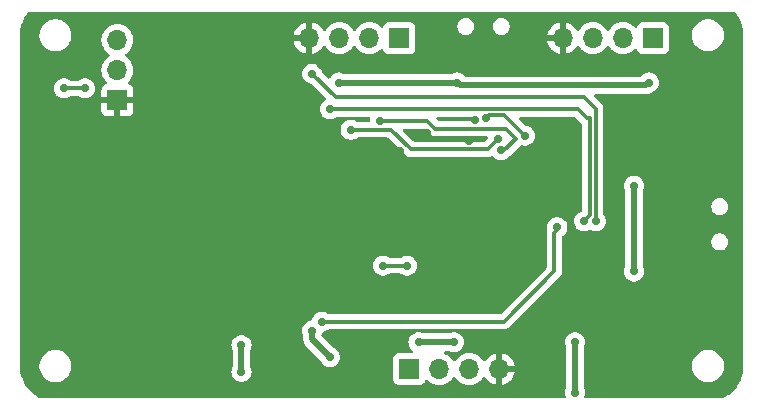
<source format=gbr>
%TF.GenerationSoftware,KiCad,Pcbnew,8.0.2-8.0.2-0~ubuntu22.04.1*%
%TF.CreationDate,2024-05-20T21:53:09+02:00*%
%TF.ProjectId,qclock,71636c6f-636b-42e6-9b69-6361645f7063,rev?*%
%TF.SameCoordinates,Original*%
%TF.FileFunction,Copper,L2,Bot*%
%TF.FilePolarity,Positive*%
%FSLAX46Y46*%
G04 Gerber Fmt 4.6, Leading zero omitted, Abs format (unit mm)*
G04 Created by KiCad (PCBNEW 8.0.2-8.0.2-0~ubuntu22.04.1) date 2024-05-20 21:53:09*
%MOMM*%
%LPD*%
G01*
G04 APERTURE LIST*
%TA.AperFunction,ComponentPad*%
%ADD10R,1.700000X1.700000*%
%TD*%
%TA.AperFunction,ComponentPad*%
%ADD11O,1.700000X1.700000*%
%TD*%
%TA.AperFunction,ViaPad*%
%ADD12C,0.700000*%
%TD*%
%TA.AperFunction,Conductor*%
%ADD13C,0.500000*%
%TD*%
%TA.AperFunction,Conductor*%
%ADD14C,0.300000*%
%TD*%
G04 APERTURE END LIST*
D10*
%TO.P,J1,1,Pin_1*%
%TO.N,+3V3*%
X144620000Y-72250000D03*
D11*
%TO.P,J1,2,Pin_2*%
%TO.N,/UART_TX*%
X142080000Y-72250000D03*
%TO.P,J1,3,Pin_3*%
%TO.N,/UART_RX*%
X139540000Y-72250000D03*
%TO.P,J1,4,Pin_4*%
%TO.N,GND*%
X137000000Y-72250000D03*
%TD*%
D10*
%TO.P,J5,1,Pin_1*%
%TO.N,GND*%
X120750000Y-77500000D03*
D11*
%TO.P,J5,2,Pin_2*%
%TO.N,Net-(D2-DOUT)*%
X120750000Y-74960000D03*
%TO.P,J5,3,Pin_3*%
%TO.N,VBUS*%
X120750000Y-72420000D03*
%TD*%
D10*
%TO.P,J4,1,Pin_1*%
%TO.N,+3V3*%
X145460000Y-100250000D03*
D11*
%TO.P,J4,2,Pin_2*%
%TO.N,/I2C2_SCL*%
X148000000Y-100250000D03*
%TO.P,J4,3,Pin_3*%
%TO.N,/I2C2_SDA*%
X150540000Y-100250000D03*
%TO.P,J4,4,Pin_4*%
%TO.N,GND*%
X153080000Y-100250000D03*
%TD*%
D10*
%TO.P,J2,1,Pin_1*%
%TO.N,+3V3*%
X166080000Y-72250000D03*
D11*
%TO.P,J2,2,Pin_2*%
%TO.N,/SWDIO*%
X163540000Y-72250000D03*
%TO.P,J2,3,Pin_3*%
%TO.N,/SWCLK*%
X161000000Y-72250000D03*
%TO.P,J2,4,Pin_4*%
%TO.N,GND*%
X158460000Y-72250000D03*
%TD*%
D12*
%TO.N,VBUS*%
X159500000Y-98000000D03*
X159500000Y-102250000D03*
%TO.N,GND*%
X170500000Y-82750000D03*
X158990000Y-96760000D03*
X143770000Y-88230000D03*
X137000000Y-86000000D03*
X156800000Y-98800000D03*
X159000000Y-91000000D03*
X120285355Y-93464645D03*
X142750000Y-94750000D03*
X134750000Y-82250000D03*
X152500000Y-94250000D03*
X143750000Y-89250000D03*
X143500000Y-95000000D03*
X141500000Y-90000000D03*
X134250000Y-91750000D03*
X150500000Y-80950000D03*
X167650000Y-94350000D03*
X144250000Y-84250000D03*
X113750000Y-86500000D03*
X144714644Y-81785356D03*
X147000000Y-80250000D03*
X155500000Y-100250000D03*
X138000000Y-74500000D03*
X135500000Y-75500000D03*
X157000000Y-74750000D03*
X151000000Y-79200000D03*
X158980000Y-85480000D03*
X149750000Y-84750000D03*
X120350000Y-83650000D03*
X114250000Y-96500000D03*
X149000000Y-88250000D03*
%TO.N,+3V3*%
X137250000Y-97000000D03*
X146250000Y-98000000D03*
X164500000Y-92000000D03*
X138750000Y-99250000D03*
X149250000Y-98000000D03*
X164500000Y-84750000D03*
X139500000Y-76000000D03*
X149500000Y-76000000D03*
X165750000Y-76000000D03*
%TO.N,VBUS*%
X131250000Y-100500000D03*
X131250000Y-98250000D03*
%TO.N,Net-(D2-DOUT)*%
X116250000Y-76500000D03*
X118000000Y-76500000D03*
%TO.N,/LED*%
X143250000Y-91500000D03*
X145250000Y-91500000D03*
%TO.N,/UART_TX*%
X153250000Y-81750000D03*
X143000000Y-79250000D03*
%TO.N,/UART_RX*%
X153000000Y-80750000D03*
X140500000Y-80000000D03*
%TO.N,/BOOT0*%
X155250000Y-80500000D03*
X152000000Y-79000000D03*
%TO.N,/BTN_H*%
X158000000Y-88250000D03*
X138050000Y-96250000D03*
%TO.N,/BTN_M*%
X138750000Y-78250000D03*
X160250000Y-87750000D03*
%TO.N,/BTN_SM*%
X137250000Y-75250000D03*
X161250000Y-87750000D03*
%TD*%
D13*
%TO.N,VBUS*%
X159500000Y-98000000D02*
X159500000Y-102250000D01*
%TO.N,+3V3*%
X146250000Y-98000000D02*
X149250000Y-98000000D01*
X139500000Y-76000000D02*
X149500000Y-76000000D01*
X149750000Y-76250000D02*
X165500000Y-76250000D01*
X164500000Y-87750000D02*
X164500000Y-92000000D01*
X137250000Y-97750000D02*
X138750000Y-99250000D01*
X137250000Y-97000000D02*
X137250000Y-97750000D01*
X164500000Y-84750000D02*
X164500000Y-87750000D01*
X149500000Y-76000000D02*
X149750000Y-76250000D01*
X165500000Y-76250000D02*
X165750000Y-76000000D01*
%TO.N,VBUS*%
X131250000Y-98250000D02*
X131250000Y-100500000D01*
D14*
%TO.N,Net-(D2-DOUT)*%
X118000000Y-76500000D02*
X116250000Y-76500000D01*
%TO.N,/LED*%
X145250000Y-91500000D02*
X143250000Y-91500000D01*
%TO.N,/UART_TX*%
X153250000Y-81750000D02*
X153500000Y-81750000D01*
X153500000Y-81750000D02*
X154500000Y-80750000D01*
X154500000Y-80750000D02*
X153650000Y-79900000D01*
X153650000Y-79900000D02*
X147650000Y-79900000D01*
X147650000Y-79900000D02*
X147000000Y-79250000D01*
X147000000Y-79250000D02*
X143000000Y-79250000D01*
%TO.N,/UART_RX*%
X153000000Y-80750000D02*
X152100000Y-81650000D01*
X143919239Y-80000000D02*
X140500000Y-80000000D01*
X145569239Y-81650000D02*
X143919239Y-80000000D01*
X152100000Y-81650000D02*
X145569239Y-81650000D01*
%TO.N,/BOOT0*%
X152250000Y-78750000D02*
X153500000Y-78750000D01*
X153500000Y-78750000D02*
X155250000Y-80500000D01*
X152000000Y-79000000D02*
X152250000Y-78750000D01*
%TO.N,/BTN_H*%
X158000000Y-88500000D02*
X157750000Y-88750000D01*
X157750000Y-92000000D02*
X153500000Y-96250000D01*
X157750000Y-88750000D02*
X157750000Y-92000000D01*
X158000000Y-88250000D02*
X158000000Y-88500000D01*
X153500000Y-96250000D02*
X138000000Y-96250000D01*
%TO.N,/BTN_M*%
X160750000Y-79000000D02*
X160750000Y-87250000D01*
X160500000Y-79000000D02*
X160750000Y-79000000D01*
X138750000Y-78250000D02*
X159750000Y-78250000D01*
X160750000Y-87250000D02*
X160250000Y-87750000D01*
X159750000Y-78250000D02*
X160500000Y-79000000D01*
%TO.N,/BTN_SM*%
X161250000Y-87750000D02*
X161250000Y-78250000D01*
X160250000Y-77250000D02*
X139250000Y-77250000D01*
X139250000Y-77250000D02*
X137250000Y-75250000D01*
X161250000Y-78250000D02*
X160250000Y-77250000D01*
%TD*%
%TA.AperFunction,Conductor*%
%TO.N,GND*%
G36*
X146746231Y-79920185D02*
G01*
X146766873Y-79936819D01*
X147235325Y-80405272D01*
X147235326Y-80405273D01*
X147235329Y-80405275D01*
X147235331Y-80405277D01*
X147341873Y-80476465D01*
X147460256Y-80525501D01*
X147460260Y-80525501D01*
X147460261Y-80525502D01*
X147585928Y-80550500D01*
X147585931Y-80550500D01*
X151980192Y-80550500D01*
X152047231Y-80570185D01*
X152092986Y-80622989D01*
X152102930Y-80692147D01*
X152073905Y-80755703D01*
X152067873Y-80762181D01*
X151866873Y-80963181D01*
X151805550Y-80996666D01*
X151779192Y-80999500D01*
X145890047Y-80999500D01*
X145823008Y-80979815D01*
X145802366Y-80963181D01*
X144951366Y-80112181D01*
X144917881Y-80050858D01*
X144922865Y-79981166D01*
X144964737Y-79925233D01*
X145030201Y-79900816D01*
X145039047Y-79900500D01*
X146679192Y-79900500D01*
X146746231Y-79920185D01*
G37*
%TD.AperFunction*%
%TA.AperFunction,Conductor*%
G36*
X151089746Y-78920185D02*
G01*
X151135501Y-78972989D01*
X151146027Y-79011536D01*
X151156643Y-79112540D01*
X151144075Y-79181268D01*
X151096343Y-79232292D01*
X151033323Y-79249500D01*
X147970808Y-79249500D01*
X147903769Y-79229815D01*
X147883127Y-79213181D01*
X147782127Y-79112181D01*
X147748642Y-79050858D01*
X147753626Y-78981166D01*
X147795498Y-78925233D01*
X147860962Y-78900816D01*
X147869808Y-78900500D01*
X151022707Y-78900500D01*
X151089746Y-78920185D01*
G37*
%TD.AperFunction*%
%TA.AperFunction,Conductor*%
G36*
X172996503Y-70019685D02*
G01*
X173026411Y-70046687D01*
X173194267Y-70257172D01*
X173202314Y-70268513D01*
X173374034Y-70541804D01*
X173380760Y-70553974D01*
X173520798Y-70844766D01*
X173526120Y-70857613D01*
X173632724Y-71162270D01*
X173636573Y-71175633D01*
X173708393Y-71490299D01*
X173710722Y-71504007D01*
X173746957Y-71825597D01*
X173747725Y-71837743D01*
X173749988Y-71999144D01*
X173750000Y-72000882D01*
X173750000Y-99999117D01*
X173749988Y-100000855D01*
X173747725Y-100162256D01*
X173746957Y-100174402D01*
X173710722Y-100495992D01*
X173708393Y-100509700D01*
X173636573Y-100824366D01*
X173632724Y-100837729D01*
X173526120Y-101142386D01*
X173520798Y-101155233D01*
X173380760Y-101446025D01*
X173374034Y-101458195D01*
X173202314Y-101731486D01*
X173194267Y-101742827D01*
X172993028Y-101995173D01*
X172983762Y-102005541D01*
X172755541Y-102233762D01*
X172745173Y-102243028D01*
X172492827Y-102444267D01*
X172481486Y-102452314D01*
X172208195Y-102624034D01*
X172196025Y-102630760D01*
X172016208Y-102717356D01*
X171989299Y-102730315D01*
X171973922Y-102737720D01*
X171920120Y-102750000D01*
X160402480Y-102750000D01*
X160335441Y-102730315D01*
X160289686Y-102677511D01*
X160279742Y-102608353D01*
X160284549Y-102587682D01*
X160289582Y-102572189D01*
X160336497Y-102427803D01*
X160355185Y-102250000D01*
X160336497Y-102072197D01*
X160281250Y-101902165D01*
X160267113Y-101877678D01*
X160250500Y-101815678D01*
X160250500Y-99893713D01*
X169399500Y-99893713D01*
X169399500Y-100106287D01*
X169432754Y-100316243D01*
X169495612Y-100509700D01*
X169498444Y-100518414D01*
X169594951Y-100707820D01*
X169719890Y-100879786D01*
X169870213Y-101030109D01*
X170042179Y-101155048D01*
X170042181Y-101155049D01*
X170042184Y-101155051D01*
X170231588Y-101251557D01*
X170433757Y-101317246D01*
X170643713Y-101350500D01*
X170643714Y-101350500D01*
X170856286Y-101350500D01*
X170856287Y-101350500D01*
X171066243Y-101317246D01*
X171268412Y-101251557D01*
X171457816Y-101155051D01*
X171504132Y-101121401D01*
X171629786Y-101030109D01*
X171629788Y-101030106D01*
X171629792Y-101030104D01*
X171780104Y-100879792D01*
X171780106Y-100879788D01*
X171780109Y-100879786D01*
X171894723Y-100722032D01*
X171905051Y-100707816D01*
X172001557Y-100518412D01*
X172067246Y-100316243D01*
X172100500Y-100106287D01*
X172100500Y-99893713D01*
X172067246Y-99683757D01*
X172001557Y-99481588D01*
X171905051Y-99292184D01*
X171905049Y-99292181D01*
X171905048Y-99292179D01*
X171780109Y-99120213D01*
X171629786Y-98969890D01*
X171457820Y-98844951D01*
X171268414Y-98748444D01*
X171268413Y-98748443D01*
X171268412Y-98748443D01*
X171066243Y-98682754D01*
X171066241Y-98682753D01*
X171066240Y-98682753D01*
X170866357Y-98651095D01*
X170856287Y-98649500D01*
X170643713Y-98649500D01*
X170633643Y-98651095D01*
X170433760Y-98682753D01*
X170231585Y-98748444D01*
X170042179Y-98844951D01*
X169870213Y-98969890D01*
X169719890Y-99120213D01*
X169594951Y-99292179D01*
X169498444Y-99481585D01*
X169432753Y-99683760D01*
X169422262Y-99750000D01*
X169399500Y-99893713D01*
X160250500Y-99893713D01*
X160250500Y-98434320D01*
X160267112Y-98372322D01*
X160281250Y-98347835D01*
X160336497Y-98177803D01*
X160355185Y-98000000D01*
X160336497Y-97822197D01*
X160281250Y-97652165D01*
X160191859Y-97497335D01*
X160132280Y-97431166D01*
X160072235Y-97364478D01*
X160072232Y-97364476D01*
X160072231Y-97364475D01*
X160072230Y-97364474D01*
X159927593Y-97259388D01*
X159764267Y-97186671D01*
X159764265Y-97186670D01*
X159636594Y-97159533D01*
X159589391Y-97149500D01*
X159410609Y-97149500D01*
X159379954Y-97156015D01*
X159235733Y-97186670D01*
X159235728Y-97186672D01*
X159072408Y-97259387D01*
X158927768Y-97364475D01*
X158808140Y-97497336D01*
X158718750Y-97652164D01*
X158718747Y-97652170D01*
X158663504Y-97822192D01*
X158663503Y-97822194D01*
X158644815Y-98000000D01*
X158663503Y-98177805D01*
X158663504Y-98177807D01*
X158718747Y-98347829D01*
X158718748Y-98347830D01*
X158718750Y-98347835D01*
X158732887Y-98372322D01*
X158749500Y-98434320D01*
X158749500Y-101815678D01*
X158732887Y-101877678D01*
X158718750Y-101902163D01*
X158663504Y-102072192D01*
X158663503Y-102072194D01*
X158644815Y-102250000D01*
X158663503Y-102427805D01*
X158663504Y-102427807D01*
X158715451Y-102587682D01*
X158717446Y-102657523D01*
X158681366Y-102717356D01*
X158618665Y-102748184D01*
X158597520Y-102750000D01*
X114329880Y-102750000D01*
X114276078Y-102737720D01*
X114260701Y-102730315D01*
X114151053Y-102677511D01*
X114053974Y-102630760D01*
X114041804Y-102624034D01*
X113768513Y-102452314D01*
X113757172Y-102444267D01*
X113504826Y-102243028D01*
X113494458Y-102233762D01*
X113266237Y-102005541D01*
X113256971Y-101995173D01*
X113055732Y-101742827D01*
X113047685Y-101731486D01*
X112965380Y-101600499D01*
X112875964Y-101458193D01*
X112869239Y-101446025D01*
X112819301Y-101342328D01*
X112729199Y-101155228D01*
X112723879Y-101142386D01*
X112716536Y-101121402D01*
X112617273Y-100837725D01*
X112613426Y-100824366D01*
X112541606Y-100509700D01*
X112539277Y-100495992D01*
X112537312Y-100478553D01*
X112503041Y-100174390D01*
X112502274Y-100162269D01*
X112500012Y-100000855D01*
X112500000Y-99999117D01*
X112500000Y-99893713D01*
X114149500Y-99893713D01*
X114149500Y-100106287D01*
X114182754Y-100316243D01*
X114245612Y-100509700D01*
X114248444Y-100518414D01*
X114344951Y-100707820D01*
X114469890Y-100879786D01*
X114620213Y-101030109D01*
X114792179Y-101155048D01*
X114792181Y-101155049D01*
X114792184Y-101155051D01*
X114981588Y-101251557D01*
X115183757Y-101317246D01*
X115393713Y-101350500D01*
X115393714Y-101350500D01*
X115606286Y-101350500D01*
X115606287Y-101350500D01*
X115816243Y-101317246D01*
X116018412Y-101251557D01*
X116207816Y-101155051D01*
X116254132Y-101121401D01*
X116379786Y-101030109D01*
X116379788Y-101030106D01*
X116379792Y-101030104D01*
X116530104Y-100879792D01*
X116530106Y-100879788D01*
X116530109Y-100879786D01*
X116644723Y-100722032D01*
X116655051Y-100707816D01*
X116751557Y-100518412D01*
X116817246Y-100316243D01*
X116850500Y-100106287D01*
X116850500Y-99893713D01*
X116817246Y-99683757D01*
X116751557Y-99481588D01*
X116655051Y-99292184D01*
X116655049Y-99292181D01*
X116655048Y-99292179D01*
X116530109Y-99120213D01*
X116379786Y-98969890D01*
X116207820Y-98844951D01*
X116018414Y-98748444D01*
X116018413Y-98748443D01*
X116018412Y-98748443D01*
X115816243Y-98682754D01*
X115816241Y-98682753D01*
X115816240Y-98682753D01*
X115616357Y-98651095D01*
X115606287Y-98649500D01*
X115393713Y-98649500D01*
X115383643Y-98651095D01*
X115183760Y-98682753D01*
X114981585Y-98748444D01*
X114792179Y-98844951D01*
X114620213Y-98969890D01*
X114469890Y-99120213D01*
X114344951Y-99292179D01*
X114248444Y-99481585D01*
X114182753Y-99683760D01*
X114172262Y-99750000D01*
X114149500Y-99893713D01*
X112500000Y-99893713D01*
X112500000Y-98250000D01*
X130394815Y-98250000D01*
X130413503Y-98427805D01*
X130413504Y-98427807D01*
X130468747Y-98597829D01*
X130468748Y-98597830D01*
X130468750Y-98597835D01*
X130482887Y-98622322D01*
X130499500Y-98684320D01*
X130499500Y-100065678D01*
X130482887Y-100127678D01*
X130468750Y-100152163D01*
X130413504Y-100322192D01*
X130413503Y-100322194D01*
X130394815Y-100500000D01*
X130413503Y-100677805D01*
X130413504Y-100677807D01*
X130468747Y-100847829D01*
X130468750Y-100847835D01*
X130558141Y-101002665D01*
X130582852Y-101030109D01*
X130677764Y-101135521D01*
X130677767Y-101135523D01*
X130677770Y-101135526D01*
X130822407Y-101240612D01*
X130985733Y-101313329D01*
X131160609Y-101350500D01*
X131160610Y-101350500D01*
X131339389Y-101350500D01*
X131339391Y-101350500D01*
X131514267Y-101313329D01*
X131677593Y-101240612D01*
X131822230Y-101135526D01*
X131834948Y-101121402D01*
X131848148Y-101106741D01*
X131941859Y-101002665D01*
X132031250Y-100847835D01*
X132086497Y-100677803D01*
X132105185Y-100500000D01*
X132086497Y-100322197D01*
X132031250Y-100152165D01*
X132017113Y-100127678D01*
X132000500Y-100065678D01*
X132000500Y-98684320D01*
X132017112Y-98622322D01*
X132031250Y-98597835D01*
X132086497Y-98427803D01*
X132105185Y-98250000D01*
X132086497Y-98072197D01*
X132031250Y-97902165D01*
X131941859Y-97747335D01*
X131856172Y-97652170D01*
X131822235Y-97614478D01*
X131822232Y-97614476D01*
X131822231Y-97614475D01*
X131822230Y-97614474D01*
X131677593Y-97509388D01*
X131514267Y-97436671D01*
X131514265Y-97436670D01*
X131386594Y-97409533D01*
X131339391Y-97399500D01*
X131160609Y-97399500D01*
X131129954Y-97406015D01*
X130985733Y-97436670D01*
X130985728Y-97436672D01*
X130822408Y-97509387D01*
X130677768Y-97614475D01*
X130558140Y-97747336D01*
X130468750Y-97902164D01*
X130468747Y-97902170D01*
X130413504Y-98072192D01*
X130413503Y-98072194D01*
X130394815Y-98250000D01*
X112500000Y-98250000D01*
X112500000Y-97000000D01*
X136394815Y-97000000D01*
X136413503Y-97177805D01*
X136413504Y-97177807D01*
X136468747Y-97347829D01*
X136468748Y-97347830D01*
X136468750Y-97347835D01*
X136482887Y-97372322D01*
X136499500Y-97434320D01*
X136499500Y-97823918D01*
X136499500Y-97823920D01*
X136499499Y-97823920D01*
X136528340Y-97968907D01*
X136528343Y-97968917D01*
X136584914Y-98105492D01*
X136617812Y-98154727D01*
X136617813Y-98154730D01*
X136667046Y-98228414D01*
X136667052Y-98228421D01*
X137915105Y-99476473D01*
X137945355Y-99525835D01*
X137968748Y-99597831D01*
X137968750Y-99597835D01*
X138058141Y-99752665D01*
X138080923Y-99777967D01*
X138177764Y-99885521D01*
X138177767Y-99885523D01*
X138177770Y-99885526D01*
X138322407Y-99990612D01*
X138485733Y-100063329D01*
X138660609Y-100100500D01*
X138660610Y-100100500D01*
X138839389Y-100100500D01*
X138839391Y-100100500D01*
X139014267Y-100063329D01*
X139177593Y-99990612D01*
X139322230Y-99885526D01*
X139441859Y-99752665D01*
X139531250Y-99597835D01*
X139586497Y-99427803D01*
X139594450Y-99352135D01*
X144109500Y-99352135D01*
X144109500Y-101147870D01*
X144109501Y-101147876D01*
X144115908Y-101207483D01*
X144166202Y-101342328D01*
X144166206Y-101342335D01*
X144252452Y-101457544D01*
X144252455Y-101457547D01*
X144367664Y-101543793D01*
X144367671Y-101543797D01*
X144502517Y-101594091D01*
X144502516Y-101594091D01*
X144509444Y-101594835D01*
X144562127Y-101600500D01*
X146357872Y-101600499D01*
X146417483Y-101594091D01*
X146552331Y-101543796D01*
X146667546Y-101457546D01*
X146753796Y-101342331D01*
X146802810Y-101210916D01*
X146844681Y-101154984D01*
X146910145Y-101130566D01*
X146978418Y-101145417D01*
X147006673Y-101166569D01*
X147128599Y-101288495D01*
X147217151Y-101350500D01*
X147322165Y-101424032D01*
X147322167Y-101424033D01*
X147322170Y-101424035D01*
X147536337Y-101523903D01*
X147764592Y-101585063D01*
X147941034Y-101600500D01*
X147999999Y-101605659D01*
X148000000Y-101605659D01*
X148000001Y-101605659D01*
X148058966Y-101600500D01*
X148235408Y-101585063D01*
X148463663Y-101523903D01*
X148677830Y-101424035D01*
X148871401Y-101288495D01*
X149038495Y-101121401D01*
X149168425Y-100935842D01*
X149223002Y-100892217D01*
X149292500Y-100885023D01*
X149354855Y-100916546D01*
X149371575Y-100935842D01*
X149501281Y-101121082D01*
X149501505Y-101121401D01*
X149668599Y-101288495D01*
X149757151Y-101350500D01*
X149862165Y-101424032D01*
X149862167Y-101424033D01*
X149862170Y-101424035D01*
X150076337Y-101523903D01*
X150304592Y-101585063D01*
X150481034Y-101600500D01*
X150539999Y-101605659D01*
X150540000Y-101605659D01*
X150540001Y-101605659D01*
X150598966Y-101600500D01*
X150775408Y-101585063D01*
X151003663Y-101523903D01*
X151217830Y-101424035D01*
X151411401Y-101288495D01*
X151578495Y-101121401D01*
X151708730Y-100935405D01*
X151763307Y-100891781D01*
X151832805Y-100884587D01*
X151895160Y-100916110D01*
X151911879Y-100935405D01*
X152041890Y-101121078D01*
X152208917Y-101288105D01*
X152402421Y-101423600D01*
X152616507Y-101523429D01*
X152616516Y-101523433D01*
X152830000Y-101580634D01*
X152830000Y-100683012D01*
X152887007Y-100715925D01*
X153014174Y-100750000D01*
X153145826Y-100750000D01*
X153272993Y-100715925D01*
X153330000Y-100683012D01*
X153330000Y-101580633D01*
X153543483Y-101523433D01*
X153543492Y-101523429D01*
X153757578Y-101423600D01*
X153951082Y-101288105D01*
X154118105Y-101121082D01*
X154253600Y-100927578D01*
X154353429Y-100713492D01*
X154353432Y-100713486D01*
X154410636Y-100500000D01*
X153513012Y-100500000D01*
X153545925Y-100442993D01*
X153580000Y-100315826D01*
X153580000Y-100184174D01*
X153545925Y-100057007D01*
X153513012Y-100000000D01*
X154410636Y-100000000D01*
X154410635Y-99999999D01*
X154353432Y-99786513D01*
X154353429Y-99786507D01*
X154253600Y-99572422D01*
X154253599Y-99572420D01*
X154118113Y-99378926D01*
X154118108Y-99378920D01*
X153951082Y-99211894D01*
X153757578Y-99076399D01*
X153543492Y-98976570D01*
X153543486Y-98976567D01*
X153330000Y-98919364D01*
X153330000Y-99816988D01*
X153272993Y-99784075D01*
X153145826Y-99750000D01*
X153014174Y-99750000D01*
X152887007Y-99784075D01*
X152830000Y-99816988D01*
X152830000Y-98919364D01*
X152829999Y-98919364D01*
X152616513Y-98976567D01*
X152616507Y-98976570D01*
X152402422Y-99076399D01*
X152402420Y-99076400D01*
X152208926Y-99211886D01*
X152208920Y-99211891D01*
X152041891Y-99378920D01*
X152041890Y-99378922D01*
X151911880Y-99564595D01*
X151857303Y-99608219D01*
X151787804Y-99615412D01*
X151725450Y-99583890D01*
X151708730Y-99564594D01*
X151578494Y-99378597D01*
X151411402Y-99211506D01*
X151411395Y-99211501D01*
X151217834Y-99075967D01*
X151217830Y-99075965D01*
X151217828Y-99075964D01*
X151003663Y-98976097D01*
X151003659Y-98976096D01*
X151003655Y-98976094D01*
X150775413Y-98914938D01*
X150775403Y-98914936D01*
X150540001Y-98894341D01*
X150539999Y-98894341D01*
X150304596Y-98914936D01*
X150304586Y-98914938D01*
X150076344Y-98976094D01*
X150076335Y-98976098D01*
X149862171Y-99075964D01*
X149862169Y-99075965D01*
X149668597Y-99211505D01*
X149501505Y-99378597D01*
X149371575Y-99564158D01*
X149316998Y-99607783D01*
X149247500Y-99614977D01*
X149185145Y-99583454D01*
X149168425Y-99564158D01*
X149038494Y-99378597D01*
X148871402Y-99211506D01*
X148871395Y-99211501D01*
X148677834Y-99075967D01*
X148677830Y-99075965D01*
X148605968Y-99042455D01*
X148486790Y-98986881D01*
X148434352Y-98940710D01*
X148415200Y-98873516D01*
X148435416Y-98806635D01*
X148488581Y-98761300D01*
X148539196Y-98750500D01*
X148818259Y-98750500D01*
X148868693Y-98761219D01*
X148985733Y-98813329D01*
X149160609Y-98850500D01*
X149160610Y-98850500D01*
X149339389Y-98850500D01*
X149339391Y-98850500D01*
X149514267Y-98813329D01*
X149677593Y-98740612D01*
X149822230Y-98635526D01*
X149841186Y-98614474D01*
X149856172Y-98597830D01*
X149941859Y-98502665D01*
X150031250Y-98347835D01*
X150086497Y-98177803D01*
X150105185Y-98000000D01*
X150086497Y-97822197D01*
X150031250Y-97652165D01*
X149941859Y-97497335D01*
X149882280Y-97431166D01*
X149822235Y-97364478D01*
X149822232Y-97364476D01*
X149822231Y-97364475D01*
X149822230Y-97364474D01*
X149677593Y-97259388D01*
X149514267Y-97186671D01*
X149514265Y-97186670D01*
X149386594Y-97159533D01*
X149339391Y-97149500D01*
X149160609Y-97149500D01*
X149129954Y-97156015D01*
X148985733Y-97186670D01*
X148868694Y-97238780D01*
X148818259Y-97249500D01*
X146681741Y-97249500D01*
X146631306Y-97238780D01*
X146514267Y-97186671D01*
X146514265Y-97186670D01*
X146386594Y-97159533D01*
X146339391Y-97149500D01*
X146160609Y-97149500D01*
X146129954Y-97156015D01*
X145985733Y-97186670D01*
X145985728Y-97186672D01*
X145822408Y-97259387D01*
X145677768Y-97364475D01*
X145558140Y-97497336D01*
X145468750Y-97652164D01*
X145468747Y-97652170D01*
X145413504Y-97822192D01*
X145413503Y-97822194D01*
X145394815Y-98000000D01*
X145413503Y-98177805D01*
X145413504Y-98177807D01*
X145468747Y-98347829D01*
X145468748Y-98347830D01*
X145468750Y-98347835D01*
X145558141Y-98502665D01*
X145599812Y-98548946D01*
X145677764Y-98635521D01*
X145677767Y-98635523D01*
X145677770Y-98635526D01*
X145732352Y-98675183D01*
X145775017Y-98730512D01*
X145780996Y-98800126D01*
X145748390Y-98861921D01*
X145687551Y-98896278D01*
X145659466Y-98899500D01*
X144562129Y-98899500D01*
X144562123Y-98899501D01*
X144502516Y-98905908D01*
X144367671Y-98956202D01*
X144367664Y-98956206D01*
X144252455Y-99042452D01*
X144252452Y-99042455D01*
X144166206Y-99157664D01*
X144166202Y-99157671D01*
X144115908Y-99292517D01*
X144109501Y-99352116D01*
X144109500Y-99352135D01*
X139594450Y-99352135D01*
X139605185Y-99250000D01*
X139586497Y-99072197D01*
X139548809Y-98956206D01*
X139531252Y-98902170D01*
X139531249Y-98902164D01*
X139527851Y-98896278D01*
X139441859Y-98747335D01*
X139376892Y-98675182D01*
X139322235Y-98614478D01*
X139322232Y-98614476D01*
X139322231Y-98614475D01*
X139322230Y-98614474D01*
X139177593Y-98509388D01*
X139014267Y-98436671D01*
X139014265Y-98436670D01*
X139008330Y-98434028D01*
X139009106Y-98432284D01*
X138969175Y-98407808D01*
X138053857Y-97492489D01*
X138020372Y-97431166D01*
X138025356Y-97361474D01*
X138028927Y-97353906D01*
X138028609Y-97353765D01*
X138031247Y-97347840D01*
X138031250Y-97347835D01*
X138086497Y-97177803D01*
X138086497Y-97177799D01*
X138087430Y-97174929D01*
X138126867Y-97117254D01*
X138179579Y-97091957D01*
X138274791Y-97071719D01*
X138314263Y-97063330D01*
X138314263Y-97063329D01*
X138314267Y-97063329D01*
X138477593Y-96990612D01*
X138569025Y-96924182D01*
X138634831Y-96900702D01*
X138641911Y-96900500D01*
X153564071Y-96900500D01*
X153648615Y-96883682D01*
X153689744Y-96875501D01*
X153808127Y-96826465D01*
X153814515Y-96822197D01*
X153914669Y-96755277D01*
X158255277Y-92414669D01*
X158326466Y-92308126D01*
X158375501Y-92189743D01*
X158382051Y-92156818D01*
X158400500Y-92064069D01*
X158400500Y-89073476D01*
X158420185Y-89006437D01*
X158451615Y-88973158D01*
X158572230Y-88885526D01*
X158691859Y-88752665D01*
X158781250Y-88597835D01*
X158836497Y-88427803D01*
X158855185Y-88250000D01*
X158836497Y-88072197D01*
X158789581Y-87927805D01*
X158781252Y-87902170D01*
X158781249Y-87902164D01*
X158691859Y-87747335D01*
X158645003Y-87695296D01*
X158572235Y-87614478D01*
X158572232Y-87614476D01*
X158572231Y-87614475D01*
X158572230Y-87614474D01*
X158427593Y-87509388D01*
X158264267Y-87436671D01*
X158264265Y-87436670D01*
X158101952Y-87402170D01*
X158089391Y-87399500D01*
X157910609Y-87399500D01*
X157898048Y-87402170D01*
X157735733Y-87436670D01*
X157735728Y-87436672D01*
X157572408Y-87509387D01*
X157427768Y-87614475D01*
X157308140Y-87747336D01*
X157218750Y-87902164D01*
X157218747Y-87902170D01*
X157163504Y-88072192D01*
X157163503Y-88072194D01*
X157144815Y-88250000D01*
X157163420Y-88427024D01*
X157154661Y-88487435D01*
X157124499Y-88560255D01*
X157124497Y-88560262D01*
X157099500Y-88685928D01*
X157099500Y-91679192D01*
X157079815Y-91746231D01*
X157063181Y-91766873D01*
X153266873Y-95563181D01*
X153205550Y-95596666D01*
X153179192Y-95599500D01*
X138641911Y-95599500D01*
X138574872Y-95579815D01*
X138569025Y-95575818D01*
X138477594Y-95509389D01*
X138477593Y-95509388D01*
X138314267Y-95436671D01*
X138314265Y-95436670D01*
X138186594Y-95409533D01*
X138139391Y-95399500D01*
X137960609Y-95399500D01*
X137929954Y-95406015D01*
X137785733Y-95436670D01*
X137785728Y-95436672D01*
X137622408Y-95509387D01*
X137477768Y-95614475D01*
X137358140Y-95747336D01*
X137268750Y-95902164D01*
X137268747Y-95902171D01*
X137212569Y-96075070D01*
X137173131Y-96132746D01*
X137120419Y-96158042D01*
X136985733Y-96186670D01*
X136985728Y-96186672D01*
X136822408Y-96259387D01*
X136677768Y-96364475D01*
X136558140Y-96497336D01*
X136468750Y-96652164D01*
X136468747Y-96652170D01*
X136413504Y-96822192D01*
X136413504Y-96822193D01*
X136413503Y-96822197D01*
X136405273Y-96900500D01*
X136394815Y-97000000D01*
X112500000Y-97000000D01*
X112500000Y-91500000D01*
X142394815Y-91500000D01*
X142413503Y-91677805D01*
X142413504Y-91677807D01*
X142468747Y-91847829D01*
X142468750Y-91847835D01*
X142558141Y-92002665D01*
X142599812Y-92048946D01*
X142677764Y-92135521D01*
X142677767Y-92135523D01*
X142677770Y-92135526D01*
X142822407Y-92240612D01*
X142985733Y-92313329D01*
X143160609Y-92350500D01*
X143160610Y-92350500D01*
X143339389Y-92350500D01*
X143339391Y-92350500D01*
X143514267Y-92313329D01*
X143677593Y-92240612D01*
X143769025Y-92174182D01*
X143834831Y-92150702D01*
X143841911Y-92150500D01*
X144658089Y-92150500D01*
X144725128Y-92170185D01*
X144730976Y-92174182D01*
X144822407Y-92240612D01*
X144985733Y-92313329D01*
X145160609Y-92350500D01*
X145160610Y-92350500D01*
X145339389Y-92350500D01*
X145339391Y-92350500D01*
X145514267Y-92313329D01*
X145677593Y-92240612D01*
X145822230Y-92135526D01*
X145941859Y-92002665D01*
X146031250Y-91847835D01*
X146086497Y-91677803D01*
X146105185Y-91500000D01*
X146086497Y-91322197D01*
X146031250Y-91152165D01*
X145941859Y-90997335D01*
X145895003Y-90945296D01*
X145822235Y-90864478D01*
X145822232Y-90864476D01*
X145822231Y-90864475D01*
X145822230Y-90864474D01*
X145677593Y-90759388D01*
X145514267Y-90686671D01*
X145514265Y-90686670D01*
X145386594Y-90659533D01*
X145339391Y-90649500D01*
X145160609Y-90649500D01*
X145129954Y-90656015D01*
X144985733Y-90686670D01*
X144985728Y-90686672D01*
X144822408Y-90759388D01*
X144822403Y-90759390D01*
X144730974Y-90825818D01*
X144665168Y-90849298D01*
X144658089Y-90849500D01*
X143841911Y-90849500D01*
X143774872Y-90829815D01*
X143769025Y-90825818D01*
X143753803Y-90814758D01*
X143677593Y-90759388D01*
X143514267Y-90686671D01*
X143514265Y-90686670D01*
X143386594Y-90659533D01*
X143339391Y-90649500D01*
X143160609Y-90649500D01*
X143129954Y-90656015D01*
X142985733Y-90686670D01*
X142985728Y-90686672D01*
X142822408Y-90759387D01*
X142677768Y-90864475D01*
X142558140Y-90997336D01*
X142468750Y-91152164D01*
X142468747Y-91152170D01*
X142413504Y-91322192D01*
X142413503Y-91322194D01*
X142394815Y-91500000D01*
X112500000Y-91500000D01*
X112500000Y-76500000D01*
X115394815Y-76500000D01*
X115413503Y-76677805D01*
X115413504Y-76677807D01*
X115468747Y-76847829D01*
X115468750Y-76847835D01*
X115558141Y-77002665D01*
X115586423Y-77034075D01*
X115677764Y-77135521D01*
X115677767Y-77135523D01*
X115677770Y-77135526D01*
X115822407Y-77240612D01*
X115985733Y-77313329D01*
X116160609Y-77350500D01*
X116160610Y-77350500D01*
X116339389Y-77350500D01*
X116339391Y-77350500D01*
X116514267Y-77313329D01*
X116677593Y-77240612D01*
X116769025Y-77174182D01*
X116834831Y-77150702D01*
X116841911Y-77150500D01*
X117408089Y-77150500D01*
X117475128Y-77170185D01*
X117480976Y-77174182D01*
X117572407Y-77240612D01*
X117735733Y-77313329D01*
X117910609Y-77350500D01*
X117910610Y-77350500D01*
X118089389Y-77350500D01*
X118089391Y-77350500D01*
X118264267Y-77313329D01*
X118427593Y-77240612D01*
X118572230Y-77135526D01*
X118691859Y-77002665D01*
X118781250Y-76847835D01*
X118836497Y-76677803D01*
X118855185Y-76500000D01*
X118836497Y-76322197D01*
X118789581Y-76177805D01*
X118781252Y-76152170D01*
X118781249Y-76152164D01*
X118691859Y-75997335D01*
X118645003Y-75945296D01*
X118572235Y-75864478D01*
X118572232Y-75864476D01*
X118572231Y-75864475D01*
X118572230Y-75864474D01*
X118427593Y-75759388D01*
X118264267Y-75686671D01*
X118264265Y-75686670D01*
X118136594Y-75659533D01*
X118089391Y-75649500D01*
X117910609Y-75649500D01*
X117898048Y-75652170D01*
X117735733Y-75686670D01*
X117735728Y-75686672D01*
X117572408Y-75759388D01*
X117572403Y-75759390D01*
X117480974Y-75825818D01*
X117415168Y-75849298D01*
X117408089Y-75849500D01*
X116841911Y-75849500D01*
X116774872Y-75829815D01*
X116769025Y-75825818D01*
X116682347Y-75762842D01*
X116677593Y-75759388D01*
X116514267Y-75686671D01*
X116514265Y-75686670D01*
X116386594Y-75659533D01*
X116339391Y-75649500D01*
X116160609Y-75649500D01*
X116148048Y-75652170D01*
X115985733Y-75686670D01*
X115985728Y-75686672D01*
X115822408Y-75759387D01*
X115677768Y-75864475D01*
X115558140Y-75997336D01*
X115468750Y-76152164D01*
X115468747Y-76152170D01*
X115413504Y-76322192D01*
X115413503Y-76322194D01*
X115394815Y-76500000D01*
X112500000Y-76500000D01*
X112500000Y-72000882D01*
X112500012Y-71999144D01*
X112501490Y-71893713D01*
X114149500Y-71893713D01*
X114149500Y-72106287D01*
X114182754Y-72316243D01*
X114237719Y-72485408D01*
X114248444Y-72518414D01*
X114344951Y-72707820D01*
X114469890Y-72879786D01*
X114620213Y-73030109D01*
X114792179Y-73155048D01*
X114792181Y-73155049D01*
X114792184Y-73155051D01*
X114981588Y-73251557D01*
X115183757Y-73317246D01*
X115393713Y-73350500D01*
X115393714Y-73350500D01*
X115606286Y-73350500D01*
X115606287Y-73350500D01*
X115816243Y-73317246D01*
X116018412Y-73251557D01*
X116207816Y-73155051D01*
X116254133Y-73121400D01*
X116379786Y-73030109D01*
X116379788Y-73030106D01*
X116379792Y-73030104D01*
X116530104Y-72879792D01*
X116530106Y-72879788D01*
X116530109Y-72879786D01*
X116644723Y-72722032D01*
X116655051Y-72707816D01*
X116751557Y-72518412D01*
X116783533Y-72419999D01*
X119394341Y-72419999D01*
X119394341Y-72420000D01*
X119414936Y-72655403D01*
X119414938Y-72655413D01*
X119476094Y-72883655D01*
X119476096Y-72883659D01*
X119476097Y-72883663D01*
X119500225Y-72935405D01*
X119575965Y-73097830D01*
X119575967Y-73097834D01*
X119711501Y-73291395D01*
X119711506Y-73291402D01*
X119878597Y-73458493D01*
X119878603Y-73458498D01*
X120064158Y-73588425D01*
X120107783Y-73643002D01*
X120114977Y-73712500D01*
X120083454Y-73774855D01*
X120064158Y-73791575D01*
X119878597Y-73921505D01*
X119711505Y-74088597D01*
X119575965Y-74282169D01*
X119575964Y-74282171D01*
X119476098Y-74496335D01*
X119476094Y-74496344D01*
X119414938Y-74724586D01*
X119414936Y-74724596D01*
X119394341Y-74959999D01*
X119394341Y-74960000D01*
X119414936Y-75195403D01*
X119414938Y-75195413D01*
X119476094Y-75423655D01*
X119476096Y-75423659D01*
X119476097Y-75423663D01*
X119572716Y-75630862D01*
X119575965Y-75637830D01*
X119575967Y-75637834D01*
X119661082Y-75759390D01*
X119711501Y-75831396D01*
X119711506Y-75831402D01*
X119833818Y-75953714D01*
X119867303Y-76015037D01*
X119862319Y-76084729D01*
X119820447Y-76140662D01*
X119789471Y-76157577D01*
X119657912Y-76206646D01*
X119657906Y-76206649D01*
X119542812Y-76292809D01*
X119542809Y-76292812D01*
X119456649Y-76407906D01*
X119456645Y-76407913D01*
X119406403Y-76542620D01*
X119406401Y-76542627D01*
X119400000Y-76602155D01*
X119400000Y-77250000D01*
X120316988Y-77250000D01*
X120284075Y-77307007D01*
X120250000Y-77434174D01*
X120250000Y-77565826D01*
X120284075Y-77692993D01*
X120316988Y-77750000D01*
X119400000Y-77750000D01*
X119400000Y-78397844D01*
X119406401Y-78457372D01*
X119406403Y-78457379D01*
X119456645Y-78592086D01*
X119456649Y-78592093D01*
X119542809Y-78707187D01*
X119542812Y-78707190D01*
X119657906Y-78793350D01*
X119657913Y-78793354D01*
X119792620Y-78843596D01*
X119792627Y-78843598D01*
X119852155Y-78849999D01*
X119852172Y-78850000D01*
X120500000Y-78850000D01*
X120500000Y-77933012D01*
X120557007Y-77965925D01*
X120684174Y-78000000D01*
X120815826Y-78000000D01*
X120942993Y-77965925D01*
X121000000Y-77933012D01*
X121000000Y-78850000D01*
X121647828Y-78850000D01*
X121647844Y-78849999D01*
X121707372Y-78843598D01*
X121707379Y-78843596D01*
X121842086Y-78793354D01*
X121842093Y-78793350D01*
X121957187Y-78707190D01*
X121957190Y-78707187D01*
X122043350Y-78592093D01*
X122043354Y-78592086D01*
X122093596Y-78457379D01*
X122093598Y-78457372D01*
X122099999Y-78397844D01*
X122100000Y-78397827D01*
X122100000Y-77750000D01*
X121183012Y-77750000D01*
X121215925Y-77692993D01*
X121250000Y-77565826D01*
X121250000Y-77434174D01*
X121215925Y-77307007D01*
X121183012Y-77250000D01*
X122100000Y-77250000D01*
X122100000Y-76602172D01*
X122099999Y-76602155D01*
X122093598Y-76542627D01*
X122093596Y-76542620D01*
X122043354Y-76407913D01*
X122043350Y-76407906D01*
X121957190Y-76292812D01*
X121957187Y-76292809D01*
X121842093Y-76206649D01*
X121842088Y-76206646D01*
X121710528Y-76157577D01*
X121654595Y-76115705D01*
X121630178Y-76050241D01*
X121645030Y-75981968D01*
X121666175Y-75953720D01*
X121788495Y-75831401D01*
X121924035Y-75637830D01*
X122023903Y-75423663D01*
X122070435Y-75250000D01*
X136394815Y-75250000D01*
X136413503Y-75427805D01*
X136413504Y-75427807D01*
X136468747Y-75597829D01*
X136468750Y-75597835D01*
X136558141Y-75752665D01*
X136599812Y-75798946D01*
X136677764Y-75885521D01*
X136677767Y-75885523D01*
X136677770Y-75885526D01*
X136822407Y-75990612D01*
X136985733Y-76063329D01*
X136985735Y-76063329D01*
X136985736Y-76063330D01*
X137042275Y-76075347D01*
X137150010Y-76098247D01*
X137211490Y-76131438D01*
X137211909Y-76131855D01*
X138379600Y-77299546D01*
X138413085Y-77360869D01*
X138408101Y-77430561D01*
X138366229Y-77486494D01*
X138342359Y-77500505D01*
X138322406Y-77509389D01*
X138177768Y-77614475D01*
X138058140Y-77747336D01*
X137968750Y-77902164D01*
X137968747Y-77902170D01*
X137913504Y-78072192D01*
X137913503Y-78072194D01*
X137894815Y-78250000D01*
X137913503Y-78427805D01*
X137913504Y-78427807D01*
X137968747Y-78597829D01*
X137968750Y-78597835D01*
X138058141Y-78752665D01*
X138094774Y-78793350D01*
X138177764Y-78885521D01*
X138177767Y-78885523D01*
X138177770Y-78885526D01*
X138322407Y-78990612D01*
X138485733Y-79063329D01*
X138660609Y-79100500D01*
X138660610Y-79100500D01*
X138839389Y-79100500D01*
X138839391Y-79100500D01*
X139014267Y-79063329D01*
X139177593Y-78990612D01*
X139269025Y-78924182D01*
X139334831Y-78900702D01*
X139341911Y-78900500D01*
X142048619Y-78900500D01*
X142115658Y-78920185D01*
X142161413Y-78972989D01*
X142171357Y-79042147D01*
X142166551Y-79062815D01*
X142163504Y-79072191D01*
X142163503Y-79072194D01*
X142146028Y-79238462D01*
X142119443Y-79303076D01*
X142062146Y-79343061D01*
X142022707Y-79349500D01*
X141091911Y-79349500D01*
X141024872Y-79329815D01*
X141019025Y-79325818D01*
X140927594Y-79259389D01*
X140927593Y-79259388D01*
X140764267Y-79186671D01*
X140764265Y-79186670D01*
X140636594Y-79159533D01*
X140589391Y-79149500D01*
X140410609Y-79149500D01*
X140379954Y-79156015D01*
X140235733Y-79186670D01*
X140235728Y-79186672D01*
X140072408Y-79259387D01*
X139927768Y-79364475D01*
X139808140Y-79497336D01*
X139718750Y-79652164D01*
X139718747Y-79652170D01*
X139663504Y-79822192D01*
X139663503Y-79822194D01*
X139644815Y-80000000D01*
X139663503Y-80177805D01*
X139663504Y-80177807D01*
X139718747Y-80347829D01*
X139718750Y-80347835D01*
X139808141Y-80502665D01*
X139828702Y-80525500D01*
X139927764Y-80635521D01*
X139927767Y-80635523D01*
X139927770Y-80635526D01*
X140072407Y-80740612D01*
X140235733Y-80813329D01*
X140410609Y-80850500D01*
X140410610Y-80850500D01*
X140589389Y-80850500D01*
X140589391Y-80850500D01*
X140764267Y-80813329D01*
X140927593Y-80740612D01*
X141019025Y-80674182D01*
X141084831Y-80650702D01*
X141091911Y-80650500D01*
X143598431Y-80650500D01*
X143665470Y-80670185D01*
X143686112Y-80686819D01*
X145154563Y-82155271D01*
X145154570Y-82155277D01*
X145261110Y-82226464D01*
X145261109Y-82226464D01*
X145287424Y-82237364D01*
X145379495Y-82275501D01*
X145379499Y-82275501D01*
X145379500Y-82275502D01*
X145505167Y-82300500D01*
X145505170Y-82300500D01*
X152164071Y-82300500D01*
X152248615Y-82283682D01*
X152289744Y-82275501D01*
X152408127Y-82226465D01*
X152408126Y-82226465D01*
X152413755Y-82224134D01*
X152414233Y-82225289D01*
X152476227Y-82212373D01*
X152541474Y-82237364D01*
X152558445Y-82253003D01*
X152677764Y-82385521D01*
X152677767Y-82385523D01*
X152677770Y-82385526D01*
X152822407Y-82490612D01*
X152985733Y-82563329D01*
X153160609Y-82600500D01*
X153160610Y-82600500D01*
X153339389Y-82600500D01*
X153339391Y-82600500D01*
X153514267Y-82563329D01*
X153677593Y-82490612D01*
X153822230Y-82385526D01*
X153941859Y-82252665D01*
X153967272Y-82208646D01*
X153986973Y-82182971D01*
X154836132Y-81333812D01*
X154897453Y-81300329D01*
X154967145Y-81305313D01*
X154974245Y-81308215D01*
X154985728Y-81313327D01*
X154985733Y-81313329D01*
X155160609Y-81350500D01*
X155160610Y-81350500D01*
X155339389Y-81350500D01*
X155339391Y-81350500D01*
X155514267Y-81313329D01*
X155677593Y-81240612D01*
X155822230Y-81135526D01*
X155941859Y-81002665D01*
X156031250Y-80847835D01*
X156086497Y-80677803D01*
X156105185Y-80500000D01*
X156086497Y-80322197D01*
X156039581Y-80177805D01*
X156031252Y-80152170D01*
X156031249Y-80152164D01*
X155972760Y-80050858D01*
X155941859Y-79997335D01*
X155854953Y-79900816D01*
X155822235Y-79864478D01*
X155822232Y-79864476D01*
X155822231Y-79864475D01*
X155822230Y-79864474D01*
X155677593Y-79759388D01*
X155514267Y-79686671D01*
X155514265Y-79686670D01*
X155351952Y-79652170D01*
X155349989Y-79651752D01*
X155288508Y-79618561D01*
X155288090Y-79618144D01*
X154782127Y-79112181D01*
X154748642Y-79050858D01*
X154753626Y-78981166D01*
X154795498Y-78925233D01*
X154860962Y-78900816D01*
X154869808Y-78900500D01*
X159429192Y-78900500D01*
X159496231Y-78920185D01*
X159516873Y-78936819D01*
X159994724Y-79414669D01*
X160063181Y-79483126D01*
X160096666Y-79544449D01*
X160099500Y-79570807D01*
X160099500Y-86812075D01*
X160079815Y-86879114D01*
X160027011Y-86924869D01*
X160001286Y-86933364D01*
X159985735Y-86936670D01*
X159985728Y-86936672D01*
X159822408Y-87009387D01*
X159677768Y-87114475D01*
X159558140Y-87247336D01*
X159468750Y-87402164D01*
X159468747Y-87402170D01*
X159413504Y-87572192D01*
X159413503Y-87572194D01*
X159394815Y-87750000D01*
X159413503Y-87927805D01*
X159413504Y-87927807D01*
X159468747Y-88097829D01*
X159468750Y-88097835D01*
X159558141Y-88252665D01*
X159599812Y-88298946D01*
X159677764Y-88385521D01*
X159677767Y-88385523D01*
X159677770Y-88385526D01*
X159822407Y-88490612D01*
X159985733Y-88563329D01*
X160160609Y-88600500D01*
X160160610Y-88600500D01*
X160339389Y-88600500D01*
X160339391Y-88600500D01*
X160514267Y-88563329D01*
X160677593Y-88490612D01*
X160677597Y-88490608D01*
X160683224Y-88487361D01*
X160683904Y-88488539D01*
X160742911Y-88467480D01*
X160810966Y-88483300D01*
X160821783Y-88490252D01*
X160822402Y-88490609D01*
X160822404Y-88490610D01*
X160822407Y-88490612D01*
X160985733Y-88563329D01*
X161160609Y-88600500D01*
X161160610Y-88600500D01*
X161339389Y-88600500D01*
X161339391Y-88600500D01*
X161514267Y-88563329D01*
X161677593Y-88490612D01*
X161822230Y-88385526D01*
X161941859Y-88252665D01*
X162031250Y-88097835D01*
X162086497Y-87927803D01*
X162105185Y-87750000D01*
X162086497Y-87572197D01*
X162042462Y-87436671D01*
X162031252Y-87402170D01*
X162031249Y-87402164D01*
X162029711Y-87399500D01*
X161941859Y-87247335D01*
X161932349Y-87236773D01*
X161902120Y-87173782D01*
X161900500Y-87153802D01*
X161900500Y-84750000D01*
X163644815Y-84750000D01*
X163663503Y-84927805D01*
X163663504Y-84927807D01*
X163718747Y-85097829D01*
X163718748Y-85097830D01*
X163718750Y-85097835D01*
X163732887Y-85122322D01*
X163749500Y-85184320D01*
X163749500Y-91565678D01*
X163732887Y-91627678D01*
X163718750Y-91652163D01*
X163663504Y-91822192D01*
X163663503Y-91822194D01*
X163644815Y-92000000D01*
X163663503Y-92177805D01*
X163663504Y-92177807D01*
X163718747Y-92347829D01*
X163718750Y-92347835D01*
X163808141Y-92502665D01*
X163849812Y-92548946D01*
X163927764Y-92635521D01*
X163927767Y-92635523D01*
X163927770Y-92635526D01*
X164072407Y-92740612D01*
X164235733Y-92813329D01*
X164410609Y-92850500D01*
X164410610Y-92850500D01*
X164589389Y-92850500D01*
X164589391Y-92850500D01*
X164764267Y-92813329D01*
X164927593Y-92740612D01*
X165072230Y-92635526D01*
X165191859Y-92502665D01*
X165281250Y-92347835D01*
X165336497Y-92177803D01*
X165355185Y-92000000D01*
X165336497Y-91822197D01*
X165281250Y-91652165D01*
X165267113Y-91627678D01*
X165250500Y-91565678D01*
X165250500Y-89429042D01*
X171029600Y-89429042D01*
X171029600Y-89570957D01*
X171057282Y-89710125D01*
X171057284Y-89710133D01*
X171111588Y-89841233D01*
X171111593Y-89841243D01*
X171190428Y-89959227D01*
X171190431Y-89959231D01*
X171290768Y-90059568D01*
X171290772Y-90059571D01*
X171408756Y-90138406D01*
X171408760Y-90138408D01*
X171408763Y-90138410D01*
X171539867Y-90192716D01*
X171679042Y-90220399D01*
X171679046Y-90220400D01*
X171679047Y-90220400D01*
X171820954Y-90220400D01*
X171820955Y-90220399D01*
X171960133Y-90192716D01*
X172091237Y-90138410D01*
X172209228Y-90059571D01*
X172309571Y-89959228D01*
X172388410Y-89841237D01*
X172442716Y-89710133D01*
X172470400Y-89570953D01*
X172470400Y-89429047D01*
X172442716Y-89289867D01*
X172388410Y-89158763D01*
X172388408Y-89158760D01*
X172388406Y-89158756D01*
X172309571Y-89040772D01*
X172309568Y-89040768D01*
X172209231Y-88940431D01*
X172209227Y-88940428D01*
X172091243Y-88861593D01*
X172091233Y-88861588D01*
X171960133Y-88807284D01*
X171960125Y-88807282D01*
X171820957Y-88779600D01*
X171820953Y-88779600D01*
X171679047Y-88779600D01*
X171679042Y-88779600D01*
X171539874Y-88807282D01*
X171539866Y-88807284D01*
X171408766Y-88861588D01*
X171408756Y-88861593D01*
X171290772Y-88940428D01*
X171290768Y-88940431D01*
X171190431Y-89040768D01*
X171190428Y-89040772D01*
X171111593Y-89158756D01*
X171111588Y-89158766D01*
X171057284Y-89289866D01*
X171057282Y-89289874D01*
X171029600Y-89429042D01*
X165250500Y-89429042D01*
X165250500Y-86429042D01*
X171029600Y-86429042D01*
X171029600Y-86570957D01*
X171057282Y-86710125D01*
X171057284Y-86710133D01*
X171111588Y-86841233D01*
X171111593Y-86841243D01*
X171190428Y-86959227D01*
X171190431Y-86959231D01*
X171290768Y-87059568D01*
X171290772Y-87059571D01*
X171408756Y-87138406D01*
X171408760Y-87138408D01*
X171408763Y-87138410D01*
X171539867Y-87192716D01*
X171679042Y-87220399D01*
X171679046Y-87220400D01*
X171679047Y-87220400D01*
X171820954Y-87220400D01*
X171820955Y-87220399D01*
X171960133Y-87192716D01*
X172091237Y-87138410D01*
X172209228Y-87059571D01*
X172309571Y-86959228D01*
X172388410Y-86841237D01*
X172442716Y-86710133D01*
X172470400Y-86570953D01*
X172470400Y-86429047D01*
X172442716Y-86289867D01*
X172388410Y-86158763D01*
X172388408Y-86158760D01*
X172388406Y-86158756D01*
X172309571Y-86040772D01*
X172309568Y-86040768D01*
X172209231Y-85940431D01*
X172209227Y-85940428D01*
X172091243Y-85861593D01*
X172091233Y-85861588D01*
X171960133Y-85807284D01*
X171960125Y-85807282D01*
X171820957Y-85779600D01*
X171820953Y-85779600D01*
X171679047Y-85779600D01*
X171679042Y-85779600D01*
X171539874Y-85807282D01*
X171539866Y-85807284D01*
X171408766Y-85861588D01*
X171408756Y-85861593D01*
X171290772Y-85940428D01*
X171290768Y-85940431D01*
X171190431Y-86040768D01*
X171190428Y-86040772D01*
X171111593Y-86158756D01*
X171111588Y-86158766D01*
X171057284Y-86289866D01*
X171057282Y-86289874D01*
X171029600Y-86429042D01*
X165250500Y-86429042D01*
X165250500Y-85184320D01*
X165267112Y-85122322D01*
X165281250Y-85097835D01*
X165336497Y-84927803D01*
X165355185Y-84750000D01*
X165336497Y-84572197D01*
X165281250Y-84402165D01*
X165191859Y-84247335D01*
X165145003Y-84195296D01*
X165072235Y-84114478D01*
X165072232Y-84114476D01*
X165072231Y-84114475D01*
X165072230Y-84114474D01*
X164927593Y-84009388D01*
X164764267Y-83936671D01*
X164764265Y-83936670D01*
X164636594Y-83909533D01*
X164589391Y-83899500D01*
X164410609Y-83899500D01*
X164379954Y-83906015D01*
X164235733Y-83936670D01*
X164235728Y-83936672D01*
X164072408Y-84009387D01*
X163927768Y-84114475D01*
X163808140Y-84247336D01*
X163718750Y-84402164D01*
X163718747Y-84402170D01*
X163663504Y-84572192D01*
X163663503Y-84572194D01*
X163644815Y-84750000D01*
X161900500Y-84750000D01*
X161900500Y-78185928D01*
X161875502Y-78060261D01*
X161875501Y-78060260D01*
X161875501Y-78060256D01*
X161827958Y-77945477D01*
X161826466Y-77941874D01*
X161826463Y-77941868D01*
X161755275Y-77835328D01*
X161755272Y-77835325D01*
X161132127Y-77212181D01*
X161098642Y-77150858D01*
X161103626Y-77081167D01*
X161145497Y-77025233D01*
X161210962Y-77000816D01*
X161219808Y-77000500D01*
X165573920Y-77000500D01*
X165671462Y-76981096D01*
X165718913Y-76971658D01*
X165855495Y-76915084D01*
X165904729Y-76882186D01*
X165978416Y-76832952D01*
X165978418Y-76832949D01*
X165983481Y-76829567D01*
X165984051Y-76830420D01*
X166008746Y-76816907D01*
X166008330Y-76815972D01*
X166014265Y-76813329D01*
X166014267Y-76813329D01*
X166177593Y-76740612D01*
X166322230Y-76635526D01*
X166441859Y-76502665D01*
X166531250Y-76347835D01*
X166586497Y-76177803D01*
X166605185Y-76000000D01*
X166586497Y-75822197D01*
X166542462Y-75686671D01*
X166531252Y-75652170D01*
X166531249Y-75652164D01*
X166522976Y-75637834D01*
X166441859Y-75497335D01*
X166395003Y-75445296D01*
X166322235Y-75364478D01*
X166322232Y-75364476D01*
X166322231Y-75364475D01*
X166322230Y-75364474D01*
X166177593Y-75259388D01*
X166014267Y-75186671D01*
X166014265Y-75186670D01*
X165886594Y-75159533D01*
X165839391Y-75149500D01*
X165660609Y-75149500D01*
X165629954Y-75156015D01*
X165485733Y-75186670D01*
X165485728Y-75186672D01*
X165322408Y-75259387D01*
X165177768Y-75364475D01*
X165093134Y-75458472D01*
X165033647Y-75495121D01*
X165000984Y-75499500D01*
X150249017Y-75499500D01*
X150181978Y-75479815D01*
X150156867Y-75458472D01*
X150072235Y-75364478D01*
X150072232Y-75364476D01*
X150072231Y-75364475D01*
X150072230Y-75364474D01*
X149927593Y-75259388D01*
X149764267Y-75186671D01*
X149764265Y-75186670D01*
X149636594Y-75159533D01*
X149589391Y-75149500D01*
X149410609Y-75149500D01*
X149379954Y-75156015D01*
X149235733Y-75186670D01*
X149118694Y-75238780D01*
X149068259Y-75249500D01*
X139931741Y-75249500D01*
X139881306Y-75238780D01*
X139764267Y-75186671D01*
X139764265Y-75186670D01*
X139636594Y-75159533D01*
X139589391Y-75149500D01*
X139410609Y-75149500D01*
X139379954Y-75156015D01*
X139235733Y-75186670D01*
X139235728Y-75186672D01*
X139072408Y-75259387D01*
X138927768Y-75364475D01*
X138808140Y-75497336D01*
X138745876Y-75605181D01*
X138695309Y-75653397D01*
X138626702Y-75666620D01*
X138561837Y-75640652D01*
X138550808Y-75630862D01*
X138128628Y-75208683D01*
X138095143Y-75147360D01*
X138092988Y-75133961D01*
X138086497Y-75072198D01*
X138031252Y-74902170D01*
X138031249Y-74902164D01*
X137941859Y-74747335D01*
X137895003Y-74695296D01*
X137822235Y-74614478D01*
X137822232Y-74614476D01*
X137822231Y-74614475D01*
X137822230Y-74614474D01*
X137677593Y-74509388D01*
X137514267Y-74436671D01*
X137514265Y-74436670D01*
X137386594Y-74409533D01*
X137339391Y-74399500D01*
X137160609Y-74399500D01*
X137129954Y-74406015D01*
X136985733Y-74436670D01*
X136985728Y-74436672D01*
X136822408Y-74509387D01*
X136677768Y-74614475D01*
X136558140Y-74747336D01*
X136468750Y-74902164D01*
X136468747Y-74902170D01*
X136413504Y-75072192D01*
X136413503Y-75072194D01*
X136394815Y-75250000D01*
X122070435Y-75250000D01*
X122085063Y-75195408D01*
X122105659Y-74960000D01*
X122085063Y-74724592D01*
X122023903Y-74496337D01*
X121924035Y-74282171D01*
X121788495Y-74088599D01*
X121788494Y-74088597D01*
X121621402Y-73921506D01*
X121621396Y-73921501D01*
X121435842Y-73791575D01*
X121392217Y-73736998D01*
X121385023Y-73667500D01*
X121416546Y-73605145D01*
X121435842Y-73588425D01*
X121499577Y-73543797D01*
X121621401Y-73458495D01*
X121788495Y-73291401D01*
X121924035Y-73097830D01*
X122023903Y-72883663D01*
X122085063Y-72655408D01*
X122105659Y-72420000D01*
X122085063Y-72184592D01*
X122035602Y-71999999D01*
X135669364Y-71999999D01*
X135669364Y-72000000D01*
X136566988Y-72000000D01*
X136534075Y-72057007D01*
X136500000Y-72184174D01*
X136500000Y-72315826D01*
X136534075Y-72442993D01*
X136566988Y-72500000D01*
X135669364Y-72500000D01*
X135726567Y-72713486D01*
X135726570Y-72713492D01*
X135826399Y-72927578D01*
X135961894Y-73121082D01*
X136128917Y-73288105D01*
X136322421Y-73423600D01*
X136536507Y-73523429D01*
X136536516Y-73523433D01*
X136750000Y-73580634D01*
X136750000Y-72683012D01*
X136807007Y-72715925D01*
X136934174Y-72750000D01*
X137065826Y-72750000D01*
X137192993Y-72715925D01*
X137250000Y-72683012D01*
X137250000Y-73580634D01*
X137463483Y-73523433D01*
X137463492Y-73523429D01*
X137677578Y-73423600D01*
X137871082Y-73288105D01*
X138038105Y-73121082D01*
X138168119Y-72935405D01*
X138222696Y-72891781D01*
X138292195Y-72884588D01*
X138354549Y-72916110D01*
X138371269Y-72935405D01*
X138501505Y-73121401D01*
X138668599Y-73288495D01*
X138757151Y-73350500D01*
X138862165Y-73424032D01*
X138862167Y-73424033D01*
X138862170Y-73424035D01*
X139076337Y-73523903D01*
X139304592Y-73585063D01*
X139481034Y-73600500D01*
X139539999Y-73605659D01*
X139540000Y-73605659D01*
X139540001Y-73605659D01*
X139598966Y-73600500D01*
X139775408Y-73585063D01*
X140003663Y-73523903D01*
X140217830Y-73424035D01*
X140411401Y-73288495D01*
X140578495Y-73121401D01*
X140708425Y-72935842D01*
X140763002Y-72892217D01*
X140832500Y-72885023D01*
X140894855Y-72916546D01*
X140911575Y-72935842D01*
X141041281Y-73121082D01*
X141041505Y-73121401D01*
X141208599Y-73288495D01*
X141297151Y-73350500D01*
X141402165Y-73424032D01*
X141402167Y-73424033D01*
X141402170Y-73424035D01*
X141616337Y-73523903D01*
X141844592Y-73585063D01*
X142021034Y-73600500D01*
X142079999Y-73605659D01*
X142080000Y-73605659D01*
X142080001Y-73605659D01*
X142138966Y-73600500D01*
X142315408Y-73585063D01*
X142543663Y-73523903D01*
X142757830Y-73424035D01*
X142951401Y-73288495D01*
X143073329Y-73166566D01*
X143134648Y-73133084D01*
X143204340Y-73138068D01*
X143260274Y-73179939D01*
X143277189Y-73210917D01*
X143326202Y-73342328D01*
X143326206Y-73342335D01*
X143412452Y-73457544D01*
X143412455Y-73457547D01*
X143527664Y-73543793D01*
X143527671Y-73543797D01*
X143662517Y-73594091D01*
X143662516Y-73594091D01*
X143669444Y-73594835D01*
X143722127Y-73600500D01*
X145517872Y-73600499D01*
X145577483Y-73594091D01*
X145712331Y-73543796D01*
X145827546Y-73457546D01*
X145913796Y-73342331D01*
X145964091Y-73207483D01*
X145970500Y-73147873D01*
X145970499Y-71999999D01*
X157129364Y-71999999D01*
X157129364Y-72000000D01*
X158026988Y-72000000D01*
X157994075Y-72057007D01*
X157960000Y-72184174D01*
X157960000Y-72315826D01*
X157994075Y-72442993D01*
X158026988Y-72500000D01*
X157129364Y-72500000D01*
X157186567Y-72713486D01*
X157186570Y-72713492D01*
X157286399Y-72927578D01*
X157421894Y-73121082D01*
X157588917Y-73288105D01*
X157782421Y-73423600D01*
X157996507Y-73523429D01*
X157996516Y-73523433D01*
X158210000Y-73580634D01*
X158210000Y-72683012D01*
X158267007Y-72715925D01*
X158394174Y-72750000D01*
X158525826Y-72750000D01*
X158652993Y-72715925D01*
X158710000Y-72683012D01*
X158710000Y-73580633D01*
X158923483Y-73523433D01*
X158923492Y-73523429D01*
X159137578Y-73423600D01*
X159331082Y-73288105D01*
X159498105Y-73121082D01*
X159628119Y-72935405D01*
X159682696Y-72891781D01*
X159752195Y-72884588D01*
X159814549Y-72916110D01*
X159831269Y-72935405D01*
X159961505Y-73121401D01*
X160128599Y-73288495D01*
X160217151Y-73350500D01*
X160322165Y-73424032D01*
X160322167Y-73424033D01*
X160322170Y-73424035D01*
X160536337Y-73523903D01*
X160764592Y-73585063D01*
X160941034Y-73600500D01*
X160999999Y-73605659D01*
X161000000Y-73605659D01*
X161000001Y-73605659D01*
X161058966Y-73600500D01*
X161235408Y-73585063D01*
X161463663Y-73523903D01*
X161677830Y-73424035D01*
X161871401Y-73288495D01*
X162038495Y-73121401D01*
X162168425Y-72935842D01*
X162223002Y-72892217D01*
X162292500Y-72885023D01*
X162354855Y-72916546D01*
X162371575Y-72935842D01*
X162501281Y-73121082D01*
X162501505Y-73121401D01*
X162668599Y-73288495D01*
X162757151Y-73350500D01*
X162862165Y-73424032D01*
X162862167Y-73424033D01*
X162862170Y-73424035D01*
X163076337Y-73523903D01*
X163304592Y-73585063D01*
X163481034Y-73600500D01*
X163539999Y-73605659D01*
X163540000Y-73605659D01*
X163540001Y-73605659D01*
X163598966Y-73600500D01*
X163775408Y-73585063D01*
X164003663Y-73523903D01*
X164217830Y-73424035D01*
X164411401Y-73288495D01*
X164533329Y-73166566D01*
X164594648Y-73133084D01*
X164664340Y-73138068D01*
X164720274Y-73179939D01*
X164737189Y-73210917D01*
X164786202Y-73342328D01*
X164786206Y-73342335D01*
X164872452Y-73457544D01*
X164872455Y-73457547D01*
X164987664Y-73543793D01*
X164987671Y-73543797D01*
X165122517Y-73594091D01*
X165122516Y-73594091D01*
X165129444Y-73594835D01*
X165182127Y-73600500D01*
X166977872Y-73600499D01*
X167037483Y-73594091D01*
X167172331Y-73543796D01*
X167287546Y-73457546D01*
X167373796Y-73342331D01*
X167424091Y-73207483D01*
X167430500Y-73147873D01*
X167430499Y-71893713D01*
X169399500Y-71893713D01*
X169399500Y-72106287D01*
X169432754Y-72316243D01*
X169487719Y-72485408D01*
X169498444Y-72518414D01*
X169594951Y-72707820D01*
X169719890Y-72879786D01*
X169870213Y-73030109D01*
X170042179Y-73155048D01*
X170042181Y-73155049D01*
X170042184Y-73155051D01*
X170231588Y-73251557D01*
X170433757Y-73317246D01*
X170643713Y-73350500D01*
X170643714Y-73350500D01*
X170856286Y-73350500D01*
X170856287Y-73350500D01*
X171066243Y-73317246D01*
X171268412Y-73251557D01*
X171457816Y-73155051D01*
X171504133Y-73121400D01*
X171629786Y-73030109D01*
X171629788Y-73030106D01*
X171629792Y-73030104D01*
X171780104Y-72879792D01*
X171780106Y-72879788D01*
X171780109Y-72879786D01*
X171894723Y-72722032D01*
X171905051Y-72707816D01*
X172001557Y-72518412D01*
X172067246Y-72316243D01*
X172100500Y-72106287D01*
X172100500Y-71893713D01*
X172067246Y-71683757D01*
X172001557Y-71481588D01*
X171905051Y-71292184D01*
X171905049Y-71292181D01*
X171905048Y-71292179D01*
X171780109Y-71120213D01*
X171629786Y-70969890D01*
X171457820Y-70844951D01*
X171268414Y-70748444D01*
X171268413Y-70748443D01*
X171268412Y-70748443D01*
X171066243Y-70682754D01*
X171066241Y-70682753D01*
X171066240Y-70682753D01*
X170904957Y-70657208D01*
X170856287Y-70649500D01*
X170643713Y-70649500D01*
X170595042Y-70657208D01*
X170433760Y-70682753D01*
X170231585Y-70748444D01*
X170042179Y-70844951D01*
X169870213Y-70969890D01*
X169719890Y-71120213D01*
X169594951Y-71292179D01*
X169498444Y-71481585D01*
X169432753Y-71683760D01*
X169408367Y-71837729D01*
X169399500Y-71893713D01*
X167430499Y-71893713D01*
X167430499Y-71352128D01*
X167424091Y-71292517D01*
X167422810Y-71289083D01*
X167373797Y-71157671D01*
X167373793Y-71157664D01*
X167287547Y-71042455D01*
X167287544Y-71042452D01*
X167172335Y-70956206D01*
X167172328Y-70956202D01*
X167037482Y-70905908D01*
X167037483Y-70905908D01*
X166977883Y-70899501D01*
X166977881Y-70899500D01*
X166977873Y-70899500D01*
X166977864Y-70899500D01*
X165182129Y-70899500D01*
X165182123Y-70899501D01*
X165122516Y-70905908D01*
X164987671Y-70956202D01*
X164987664Y-70956206D01*
X164872455Y-71042452D01*
X164872452Y-71042455D01*
X164786206Y-71157664D01*
X164786203Y-71157669D01*
X164737189Y-71289083D01*
X164695317Y-71345016D01*
X164629853Y-71369433D01*
X164561580Y-71354581D01*
X164533326Y-71333430D01*
X164411402Y-71211506D01*
X164411395Y-71211501D01*
X164217834Y-71075967D01*
X164217830Y-71075965D01*
X164192902Y-71064341D01*
X164003663Y-70976097D01*
X164003659Y-70976096D01*
X164003655Y-70976094D01*
X163775413Y-70914938D01*
X163775403Y-70914936D01*
X163540001Y-70894341D01*
X163539999Y-70894341D01*
X163304596Y-70914936D01*
X163304586Y-70914938D01*
X163076344Y-70976094D01*
X163076335Y-70976098D01*
X162862171Y-71075964D01*
X162862169Y-71075965D01*
X162668597Y-71211505D01*
X162501505Y-71378597D01*
X162371575Y-71564158D01*
X162316998Y-71607783D01*
X162247500Y-71614977D01*
X162185145Y-71583454D01*
X162168425Y-71564158D01*
X162038494Y-71378597D01*
X161871402Y-71211506D01*
X161871395Y-71211501D01*
X161677834Y-71075967D01*
X161677830Y-71075965D01*
X161652902Y-71064341D01*
X161463663Y-70976097D01*
X161463659Y-70976096D01*
X161463655Y-70976094D01*
X161235413Y-70914938D01*
X161235403Y-70914936D01*
X161000001Y-70894341D01*
X160999999Y-70894341D01*
X160764596Y-70914936D01*
X160764586Y-70914938D01*
X160536344Y-70976094D01*
X160536335Y-70976098D01*
X160322171Y-71075964D01*
X160322169Y-71075965D01*
X160128597Y-71211505D01*
X159961508Y-71378594D01*
X159831269Y-71564595D01*
X159776692Y-71608219D01*
X159707193Y-71615412D01*
X159644839Y-71583890D01*
X159628119Y-71564594D01*
X159498113Y-71378926D01*
X159498108Y-71378920D01*
X159331082Y-71211894D01*
X159137578Y-71076399D01*
X158923492Y-70976570D01*
X158923486Y-70976567D01*
X158710000Y-70919364D01*
X158710000Y-71816988D01*
X158652993Y-71784075D01*
X158525826Y-71750000D01*
X158394174Y-71750000D01*
X158267007Y-71784075D01*
X158210000Y-71816988D01*
X158210000Y-70919364D01*
X158209999Y-70919364D01*
X157996513Y-70976567D01*
X157996507Y-70976570D01*
X157782422Y-71076399D01*
X157782420Y-71076400D01*
X157588926Y-71211886D01*
X157588920Y-71211891D01*
X157421891Y-71378920D01*
X157421886Y-71378926D01*
X157286400Y-71572420D01*
X157286399Y-71572422D01*
X157186570Y-71786507D01*
X157186567Y-71786513D01*
X157129364Y-71999999D01*
X145970499Y-71999999D01*
X145970499Y-71352128D01*
X145964091Y-71292517D01*
X145962810Y-71289083D01*
X145921768Y-71179042D01*
X149529600Y-71179042D01*
X149529600Y-71320957D01*
X149557282Y-71460125D01*
X149557284Y-71460133D01*
X149611588Y-71591233D01*
X149611593Y-71591243D01*
X149690428Y-71709227D01*
X149690431Y-71709231D01*
X149790768Y-71809568D01*
X149790772Y-71809571D01*
X149908756Y-71888406D01*
X149908760Y-71888408D01*
X149908763Y-71888410D01*
X150039867Y-71942716D01*
X150179042Y-71970399D01*
X150179046Y-71970400D01*
X150179047Y-71970400D01*
X150320954Y-71970400D01*
X150320955Y-71970399D01*
X150460133Y-71942716D01*
X150591237Y-71888410D01*
X150709228Y-71809571D01*
X150809571Y-71709228D01*
X150888410Y-71591237D01*
X150942716Y-71460133D01*
X150970400Y-71320953D01*
X150970400Y-71179047D01*
X150970399Y-71179042D01*
X152529600Y-71179042D01*
X152529600Y-71320957D01*
X152557282Y-71460125D01*
X152557284Y-71460133D01*
X152611588Y-71591233D01*
X152611593Y-71591243D01*
X152690428Y-71709227D01*
X152690431Y-71709231D01*
X152790768Y-71809568D01*
X152790772Y-71809571D01*
X152908756Y-71888406D01*
X152908760Y-71888408D01*
X152908763Y-71888410D01*
X153039867Y-71942716D01*
X153179042Y-71970399D01*
X153179046Y-71970400D01*
X153179047Y-71970400D01*
X153320954Y-71970400D01*
X153320955Y-71970399D01*
X153460133Y-71942716D01*
X153591237Y-71888410D01*
X153709228Y-71809571D01*
X153809571Y-71709228D01*
X153888410Y-71591237D01*
X153942716Y-71460133D01*
X153970400Y-71320953D01*
X153970400Y-71179047D01*
X153942716Y-71039867D01*
X153888410Y-70908763D01*
X153888408Y-70908760D01*
X153888406Y-70908756D01*
X153809571Y-70790772D01*
X153809568Y-70790768D01*
X153709231Y-70690431D01*
X153709227Y-70690428D01*
X153591243Y-70611593D01*
X153591233Y-70611588D01*
X153460133Y-70557284D01*
X153460125Y-70557282D01*
X153320957Y-70529600D01*
X153320953Y-70529600D01*
X153179047Y-70529600D01*
X153179042Y-70529600D01*
X153039874Y-70557282D01*
X153039866Y-70557284D01*
X152908766Y-70611588D01*
X152908756Y-70611593D01*
X152790772Y-70690428D01*
X152790768Y-70690431D01*
X152690431Y-70790768D01*
X152690428Y-70790772D01*
X152611593Y-70908756D01*
X152611588Y-70908766D01*
X152557284Y-71039866D01*
X152557282Y-71039874D01*
X152529600Y-71179042D01*
X150970399Y-71179042D01*
X150942716Y-71039867D01*
X150888410Y-70908763D01*
X150888408Y-70908760D01*
X150888406Y-70908756D01*
X150809571Y-70790772D01*
X150809568Y-70790768D01*
X150709231Y-70690431D01*
X150709227Y-70690428D01*
X150591243Y-70611593D01*
X150591233Y-70611588D01*
X150460133Y-70557284D01*
X150460125Y-70557282D01*
X150320957Y-70529600D01*
X150320953Y-70529600D01*
X150179047Y-70529600D01*
X150179042Y-70529600D01*
X150039874Y-70557282D01*
X150039866Y-70557284D01*
X149908766Y-70611588D01*
X149908756Y-70611593D01*
X149790772Y-70690428D01*
X149790768Y-70690431D01*
X149690431Y-70790768D01*
X149690428Y-70790772D01*
X149611593Y-70908756D01*
X149611588Y-70908766D01*
X149557284Y-71039866D01*
X149557282Y-71039874D01*
X149529600Y-71179042D01*
X145921768Y-71179042D01*
X145913797Y-71157671D01*
X145913793Y-71157664D01*
X145827547Y-71042455D01*
X145827544Y-71042452D01*
X145712335Y-70956206D01*
X145712328Y-70956202D01*
X145577482Y-70905908D01*
X145577483Y-70905908D01*
X145517883Y-70899501D01*
X145517881Y-70899500D01*
X145517873Y-70899500D01*
X145517864Y-70899500D01*
X143722129Y-70899500D01*
X143722123Y-70899501D01*
X143662516Y-70905908D01*
X143527671Y-70956202D01*
X143527664Y-70956206D01*
X143412455Y-71042452D01*
X143412452Y-71042455D01*
X143326206Y-71157664D01*
X143326203Y-71157669D01*
X143277189Y-71289083D01*
X143235317Y-71345016D01*
X143169853Y-71369433D01*
X143101580Y-71354581D01*
X143073326Y-71333430D01*
X142951402Y-71211506D01*
X142951395Y-71211501D01*
X142757834Y-71075967D01*
X142757830Y-71075965D01*
X142732902Y-71064341D01*
X142543663Y-70976097D01*
X142543659Y-70976096D01*
X142543655Y-70976094D01*
X142315413Y-70914938D01*
X142315403Y-70914936D01*
X142080001Y-70894341D01*
X142079999Y-70894341D01*
X141844596Y-70914936D01*
X141844586Y-70914938D01*
X141616344Y-70976094D01*
X141616335Y-70976098D01*
X141402171Y-71075964D01*
X141402169Y-71075965D01*
X141208597Y-71211505D01*
X141041505Y-71378597D01*
X140911575Y-71564158D01*
X140856998Y-71607783D01*
X140787500Y-71614977D01*
X140725145Y-71583454D01*
X140708425Y-71564158D01*
X140578494Y-71378597D01*
X140411402Y-71211506D01*
X140411395Y-71211501D01*
X140217834Y-71075967D01*
X140217830Y-71075965D01*
X140192902Y-71064341D01*
X140003663Y-70976097D01*
X140003659Y-70976096D01*
X140003655Y-70976094D01*
X139775413Y-70914938D01*
X139775403Y-70914936D01*
X139540001Y-70894341D01*
X139539999Y-70894341D01*
X139304596Y-70914936D01*
X139304586Y-70914938D01*
X139076344Y-70976094D01*
X139076335Y-70976098D01*
X138862171Y-71075964D01*
X138862169Y-71075965D01*
X138668597Y-71211505D01*
X138501508Y-71378594D01*
X138371269Y-71564595D01*
X138316692Y-71608219D01*
X138247193Y-71615412D01*
X138184839Y-71583890D01*
X138168119Y-71564594D01*
X138038113Y-71378926D01*
X138038108Y-71378920D01*
X137871082Y-71211894D01*
X137677578Y-71076399D01*
X137463492Y-70976570D01*
X137463486Y-70976567D01*
X137250000Y-70919364D01*
X137250000Y-71816988D01*
X137192993Y-71784075D01*
X137065826Y-71750000D01*
X136934174Y-71750000D01*
X136807007Y-71784075D01*
X136750000Y-71816988D01*
X136750000Y-70919364D01*
X136749999Y-70919364D01*
X136536513Y-70976567D01*
X136536507Y-70976570D01*
X136322422Y-71076399D01*
X136322420Y-71076400D01*
X136128926Y-71211886D01*
X136128920Y-71211891D01*
X135961891Y-71378920D01*
X135961886Y-71378926D01*
X135826400Y-71572420D01*
X135826399Y-71572422D01*
X135726570Y-71786507D01*
X135726567Y-71786513D01*
X135669364Y-71999999D01*
X122035602Y-71999999D01*
X122023903Y-71956337D01*
X121924035Y-71742171D01*
X121900971Y-71709231D01*
X121788494Y-71548597D01*
X121621402Y-71381506D01*
X121621395Y-71381501D01*
X121617243Y-71378594D01*
X121534930Y-71320957D01*
X121427834Y-71245967D01*
X121427830Y-71245965D01*
X121427828Y-71245964D01*
X121213663Y-71146097D01*
X121213659Y-71146096D01*
X121213655Y-71146094D01*
X120985413Y-71084938D01*
X120985403Y-71084936D01*
X120750001Y-71064341D01*
X120749999Y-71064341D01*
X120514596Y-71084936D01*
X120514586Y-71084938D01*
X120286344Y-71146094D01*
X120286335Y-71146098D01*
X120072171Y-71245964D01*
X120072169Y-71245965D01*
X119878597Y-71381505D01*
X119711505Y-71548597D01*
X119575965Y-71742169D01*
X119575964Y-71742171D01*
X119476098Y-71956335D01*
X119476094Y-71956344D01*
X119414938Y-72184586D01*
X119414936Y-72184596D01*
X119394341Y-72419999D01*
X116783533Y-72419999D01*
X116817246Y-72316243D01*
X116850500Y-72106287D01*
X116850500Y-71893713D01*
X116817246Y-71683757D01*
X116751557Y-71481588D01*
X116655051Y-71292184D01*
X116655049Y-71292181D01*
X116655048Y-71292179D01*
X116530109Y-71120213D01*
X116379786Y-70969890D01*
X116207820Y-70844951D01*
X116018414Y-70748444D01*
X116018413Y-70748443D01*
X116018412Y-70748443D01*
X115816243Y-70682754D01*
X115816241Y-70682753D01*
X115816240Y-70682753D01*
X115654957Y-70657208D01*
X115606287Y-70649500D01*
X115393713Y-70649500D01*
X115345042Y-70657208D01*
X115183760Y-70682753D01*
X114981585Y-70748444D01*
X114792179Y-70844951D01*
X114620213Y-70969890D01*
X114469890Y-71120213D01*
X114344951Y-71292179D01*
X114248444Y-71481585D01*
X114182753Y-71683760D01*
X114158367Y-71837729D01*
X114149500Y-71893713D01*
X112501490Y-71893713D01*
X112501564Y-71888406D01*
X112502274Y-71837729D01*
X112503041Y-71825610D01*
X112539277Y-71504005D01*
X112541606Y-71490299D01*
X112580258Y-71320954D01*
X112613427Y-71175627D01*
X112617272Y-71162279D01*
X112723883Y-70857601D01*
X112729196Y-70844777D01*
X112869243Y-70553965D01*
X112875959Y-70541813D01*
X113047693Y-70268501D01*
X113055723Y-70257183D01*
X113223589Y-70046686D01*
X113280778Y-70006547D01*
X113320536Y-70000000D01*
X172929464Y-70000000D01*
X172996503Y-70019685D01*
G37*
%TD.AperFunction*%
%TD*%
M02*

</source>
